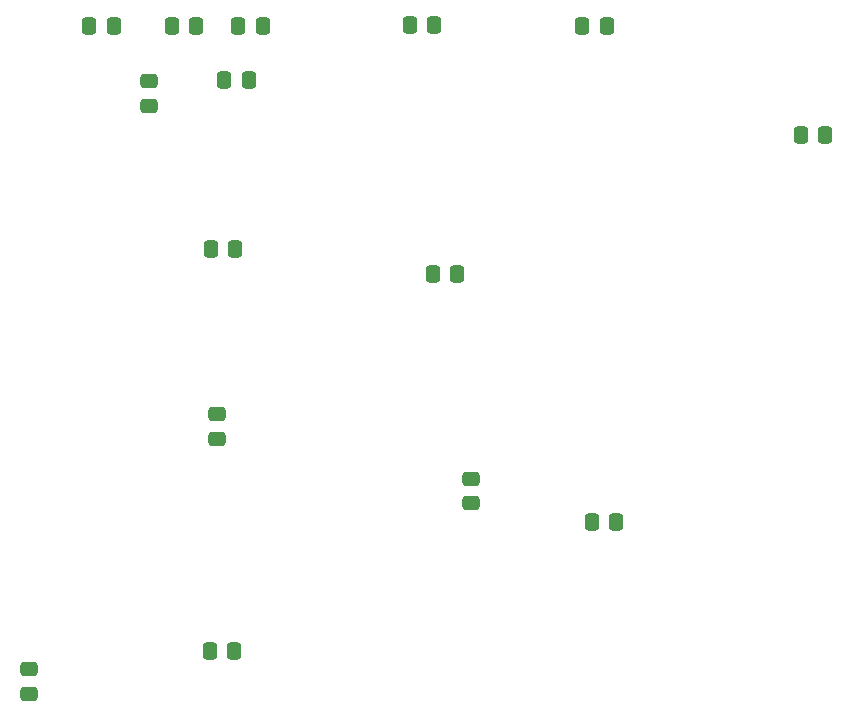
<source format=gbr>
%TF.GenerationSoftware,KiCad,Pcbnew,9.0.0*%
%TF.CreationDate,2025-05-12T21:33:30-05:00*%
%TF.ProjectId,Model I RS232,4d6f6465-6c20-4492-9052-533233322e6b,2.1*%
%TF.SameCoordinates,Original*%
%TF.FileFunction,Paste,Bot*%
%TF.FilePolarity,Positive*%
%FSLAX46Y46*%
G04 Gerber Fmt 4.6, Leading zero omitted, Abs format (unit mm)*
G04 Created by KiCad (PCBNEW 9.0.0) date 2025-05-12 21:33:30*
%MOMM*%
%LPD*%
G01*
G04 APERTURE LIST*
G04 Aperture macros list*
%AMRoundRect*
0 Rectangle with rounded corners*
0 $1 Rounding radius*
0 $2 $3 $4 $5 $6 $7 $8 $9 X,Y pos of 4 corners*
0 Add a 4 corners polygon primitive as box body*
4,1,4,$2,$3,$4,$5,$6,$7,$8,$9,$2,$3,0*
0 Add four circle primitives for the rounded corners*
1,1,$1+$1,$2,$3*
1,1,$1+$1,$4,$5*
1,1,$1+$1,$6,$7*
1,1,$1+$1,$8,$9*
0 Add four rect primitives between the rounded corners*
20,1,$1+$1,$2,$3,$4,$5,0*
20,1,$1+$1,$4,$5,$6,$7,0*
20,1,$1+$1,$6,$7,$8,$9,0*
20,1,$1+$1,$8,$9,$2,$3,0*%
G04 Aperture macros list end*
%ADD10RoundRect,0.250000X0.337500X0.475000X-0.337500X0.475000X-0.337500X-0.475000X0.337500X-0.475000X0*%
%ADD11RoundRect,0.250000X0.475000X-0.337500X0.475000X0.337500X-0.475000X0.337500X-0.475000X-0.337500X0*%
%ADD12RoundRect,0.250000X-0.337500X-0.475000X0.337500X-0.475000X0.337500X0.475000X-0.337500X0.475000X0*%
%ADD13RoundRect,0.250000X-0.475000X0.337500X-0.475000X-0.337500X0.475000X-0.337500X0.475000X0.337500X0*%
G04 APERTURE END LIST*
D10*
%TO.C,C11*%
X109287500Y-83450000D03*
X107212500Y-83450000D03*
%TD*%
%TO.C,C4*%
X104837500Y-78850000D03*
X102762500Y-78850000D03*
%TD*%
D11*
%TO.C,C2*%
X106600000Y-113825000D03*
X106600000Y-111750000D03*
%TD*%
D12*
%TO.C,C3*%
X122912500Y-78800000D03*
X124987500Y-78800000D03*
%TD*%
D11*
%TO.C,C6*%
X128100000Y-119287500D03*
X128100000Y-117212500D03*
%TD*%
D10*
%TO.C,C9*%
X97837500Y-78850000D03*
X95762500Y-78850000D03*
%TD*%
D12*
%TO.C,C1*%
X156012500Y-88100000D03*
X158087500Y-88100000D03*
%TD*%
%TO.C,C13*%
X106062500Y-97735000D03*
X108137500Y-97735000D03*
%TD*%
%TO.C,C10*%
X108362500Y-78850000D03*
X110437500Y-78850000D03*
%TD*%
%TO.C,C12*%
X105962500Y-131800000D03*
X108037500Y-131800000D03*
%TD*%
D13*
%TO.C,C8*%
X100800000Y-83550000D03*
X100800000Y-85625000D03*
%TD*%
D12*
%TO.C,C14*%
X137512500Y-78850000D03*
X139587500Y-78850000D03*
%TD*%
%TO.C,C7*%
X124862500Y-99850000D03*
X126937500Y-99850000D03*
%TD*%
D11*
%TO.C,C15*%
X90650000Y-135437500D03*
X90650000Y-133362500D03*
%TD*%
D12*
%TO.C,C5*%
X138312500Y-120900000D03*
X140387500Y-120900000D03*
%TD*%
M02*

</source>
